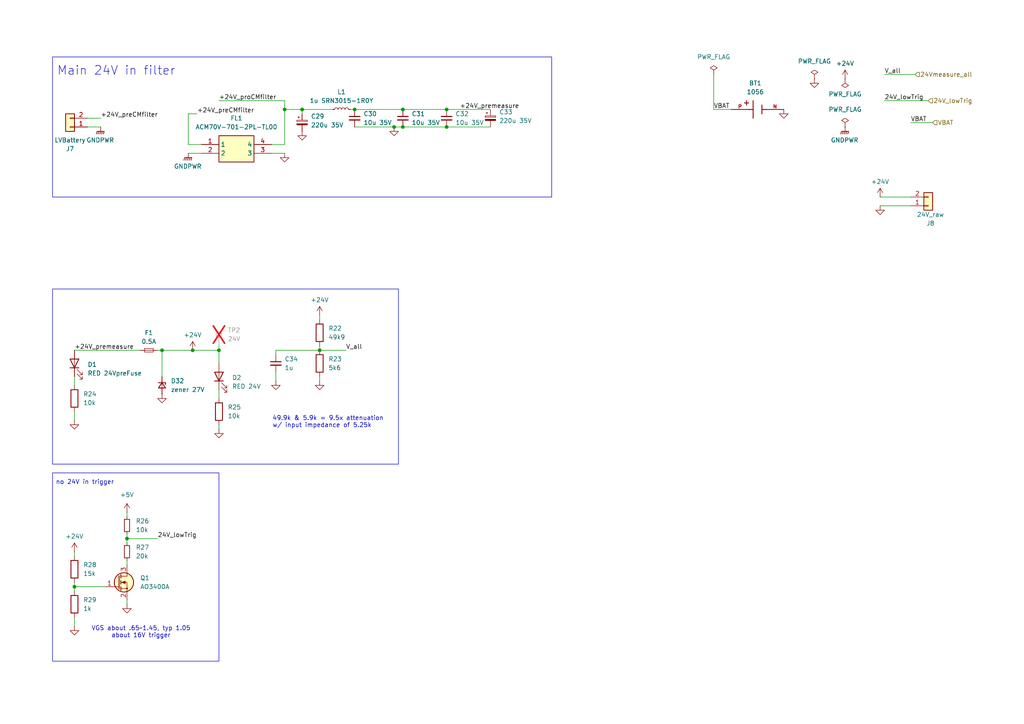
<source format=kicad_sch>
(kicad_sch (version 20231120) (generator "eeschema") (generator_version "8.0")
  (paper "A4")
  (title_block (title "EP6 VCU") (date "2024-09-30") (rev "1.0") (company "NTURacing") (comment 1 "郭哲明") (comment 2 "Electrical group"))
  (lib_symbols
    (symbol "Connector:TestPoint" (pin_numbers hide) (pin_names (offset 0.762) hide)
      (property "Reference" "TP" (at 0 6.858 0))
      (property "Value" "TestPoint" (at 0 5.08 0))
      (symbol "TestPoint_0_1"
        (circle (center 0 3.302) (radius 0.762))
      )
      (symbol "TestPoint_1_1"
        (pin passive line (at 0 0 90) (length 2.54) (name "1") (number "1"))
      )
    )
    (symbol "Connector_Generic:Conn_01x02" (pin_names (offset 1.016) hide)
      (property "Reference" "J" (at 0 2.54 0))
      (property "Value" "Conn_01x02" (at 0 -5.08 0))
      (symbol "Conn_01x02_1_1"
        (rectangle (start -1.27 -2.413) (end 0 -2.667) (stroke (width 0.1524)))
        (rectangle (start -1.27 0.127) (end 0 -0.127) (stroke (width 0.1524)))
        (rectangle (start -1.27 1.27) (end 1.27 -3.81) (stroke (width 0.254)) (fill (type background)))
        (pin passive line (at -5.08 0 0) (length 3.81) (name "Pin_1") (number "1"))
        (pin passive line (at -5.08 -2.54 0) (length 3.81) (name "Pin_2") (number "2"))
      )
    )
    (symbol "Device:C_Polarized_Small" (pin_numbers hide) (pin_names (offset 0.254) hide)
      (property "Reference" "C" (at 0.254 1.778 0))
      (property "Value" "C_Polarized_Small" (at 0.254 -2.032 0))
      (symbol "C_Polarized_Small_0_1"
        (rectangle (start -1.524 -0.3048) (end 1.524 -0.6858) (fill (type outline)))
        (rectangle (start -1.524 0.6858) (end 1.524 0.3048))
        (polyline (pts (xy -1.27 1.524) (xy -0.762 1.524)))
        (polyline (pts (xy -1.016 1.27) (xy -1.016 1.778)))
      )
      (symbol "C_Polarized_Small_1_1"
        (pin passive line (at 0 2.54 270) (length 1.8542) (name "~") (number "1"))
        (pin passive line (at 0 -2.54 90) (length 1.8542) (name "~") (number "2"))
      )
    )
    (symbol "Device:C_Small" (pin_numbers hide) (pin_names (offset 0.254) hide)
      (property "Reference" "C" (at 0.254 1.778 0))
      (property "Value" "C_Small" (at 0.254 -2.032 0))
      (symbol "C_Small_0_1"
        (polyline (pts (xy -1.524 -0.508) (xy 1.524 -0.508)) (stroke (width 0.3302)))
        (polyline (pts (xy -1.524 0.508) (xy 1.524 0.508)) (stroke (width 0.3048)))
      )
      (symbol "C_Small_1_1"
        (pin passive line (at 0 2.54 270) (length 2.032) (name "~") (number "1"))
        (pin passive line (at 0 -2.54 90) (length 2.032) (name "~") (number "2"))
      )
    )
    (symbol "Device:D_Zener_Small" (pin_numbers hide) (pin_names (offset 0.254) hide)
      (property "Reference" "D" (at 0 2.286 0))
      (property "Value" "D_Zener_Small" (at 0 -2.286 0))
      (symbol "D_Zener_Small_0_1"
        (polyline (pts (xy 0.762 0) (xy -0.762 0)))
        (polyline (pts (xy -0.254 1.016) (xy -0.762 1.016) (xy -0.762 -1.016)) (stroke (width 0.254)))
        (polyline (pts (xy 0.762 1.016) (xy -0.762 0) (xy 0.762 -1.016) (xy 0.762 1.016)) (stroke (width 0.254)))
      )
      (symbol "D_Zener_Small_1_1"
        (pin passive line (at -2.54 0 0) (length 1.778) (name "K") (number "1"))
        (pin passive line (at 2.54 0 180) (length 1.778) (name "A") (number "2"))
      )
    )
    (symbol "Device:Fuse_Small" (pin_numbers hide) (pin_names (offset 0.254) hide)
      (property "Reference" "F" (at 0 -1.524 0))
      (property "Value" "Fuse_Small" (at 0 1.524 0))
      (symbol "Fuse_Small_0_1"
        (rectangle (start -1.27 0.508) (end 1.27 -0.508))
        (polyline (pts (xy -1.27 0) (xy 1.27 0)))
      )
      (symbol "Fuse_Small_1_1"
        (pin passive line (at -2.54 0 0) (length 1.27) (name "~") (number "1"))
        (pin passive line (at 2.54 0 180) (length 1.27) (name "~") (number "2"))
      )
    )
    (symbol "Device:LED" (pin_numbers hide) (pin_names (offset 1.016) hide)
      (property "Reference" "D" (at 0 2.54 0))
      (property "Value" "LED" (at 0 -2.54 0))
      (symbol "LED_0_1"
        (polyline (pts (xy -1.27 -1.27) (xy -1.27 1.27)) (stroke (width 0.254)))
        (polyline (pts (xy -1.27 0) (xy 1.27 0)))
        (polyline (pts (xy 1.27 -1.27) (xy 1.27 1.27) (xy -1.27 0) (xy 1.27 -1.27)) (stroke (width 0.254)))
        (polyline (pts (xy -3.048 -0.762) (xy -4.572 -2.286) (xy -3.81 -2.286) (xy -4.572 -2.286) (xy -4.572 -1.524)))
        (polyline (pts (xy -1.778 -0.762) (xy -3.302 -2.286) (xy -2.54 -2.286) (xy -3.302 -2.286) (xy -3.302 -1.524)))
      )
      (symbol "LED_1_1"
        (pin passive line (at -3.81 0 0) (length 2.54) (name "K") (number "1"))
        (pin passive line (at 3.81 0 180) (length 2.54) (name "A") (number "2"))
      )
    )
    (symbol "Device:L_Small" (pin_numbers hide) (pin_names (offset 0.254) hide)
      (property "Reference" "L" (at 0.762 1.016 0))
      (property "Value" "L_Small" (at 0.762 -1.016 0))
      (symbol "L_Small_0_1"
        (arc (start 0 -2.032) (mid 0.5058 -1.524) (end 0 -1.016))
        (arc (start 0 -1.016) (mid 0.5058 -0.508) (end 0 0))
        (arc (start 0 0) (mid 0.5058 0.508) (end 0 1.016))
        (arc (start 0 1.016) (mid 0.5058 1.524) (end 0 2.032))
      )
      (symbol "L_Small_1_1"
        (pin passive line (at 0 2.54 270) (length 0.508) (name "~") (number "1"))
        (pin passive line (at 0 -2.54 90) (length 0.508) (name "~") (number "2"))
      )
    )
    (symbol "Device:R" (pin_numbers hide) (pin_names (offset 0))
      (property "Reference" "R" (at 2.032 0 90))
      (property "Value" "R" (at 0 0 90))
      (symbol "R_0_1"
        (rectangle (start -1.016 -2.54) (end 1.016 2.54) (stroke (width 0.254)))
      )
      (symbol "R_1_1"
        (pin passive line (at 0 3.81 270) (length 1.27) (name "~") (number "1"))
        (pin passive line (at 0 -3.81 90) (length 1.27) (name "~") (number "2"))
      )
    )
    (symbol "Device:R_Small" (pin_numbers hide) (pin_names (offset 0.254) hide)
      (property "Reference" "R" (at 0.762 0.508 0))
      (property "Value" "R_Small" (at 0.762 -1.016 0))
      (symbol "R_Small_0_1"
        (rectangle (start -0.762 1.778) (end 0.762 -1.778) (stroke (width 0.2032)))
      )
      (symbol "R_Small_1_1"
        (pin passive line (at 0 2.54 270) (length 0.762) (name "~") (number "1"))
        (pin passive line (at 0 -2.54 90) (length 0.762) (name "~") (number "2"))
      )
    )
    (symbol "PCM_Transistor_MOSFET_AKL:AO3400A" (pin_names hide)
      (property "Reference" "Q" (at 5.08 1.27 0))
      (property "Value" "AO3400A" (at 5.08 -1.27 0))
      (symbol "AO3400A_0_1"
        (polyline (pts (xy 0.254 -1.27) (xy -2.54 -1.27)))
        (polyline (pts (xy 0.254 1.905) (xy 0.254 -1.905)) (stroke (width 0.254)))
        (polyline (pts (xy 0.762 -1.778) (xy 2.54 -1.778)))
        (polyline (pts (xy 0.762 -1.27) (xy 0.762 -2.286)) (stroke (width 0.254)))
        (polyline (pts (xy 0.762 0.508) (xy 0.762 -0.508)) (stroke (width 0.254)))
        (polyline (pts (xy 0.762 2.286) (xy 0.762 1.27)) (stroke (width 0.254)))
        (polyline (pts (xy 2.54 1.778) (xy 0.762 1.778)))
        (polyline (pts (xy 2.54 2.54) (xy 2.54 1.778)))
        (polyline (pts (xy 2.54 -2.54) (xy 2.54 0) (xy 0.762 0)))
        (polyline (pts (xy 1.016 0) (xy 2.032 0.381) (xy 2.032 -0.381) (xy 1.016 0)) (fill (type outline)))
        (circle (center 1.651 0) (radius 2.794) (stroke (width 0.254)) (fill (type background)))
        (circle (center 2.54 -1.778) (radius 0.1778) (fill (type outline)))
      )
      (symbol "AO3400A_1_1"
        (pin input line (at -3.81 -1.27 0) (length 2.54) (name "G") (number "1"))
        (pin passive line (at 2.54 -5.08 90) (length 2.54) (name "S") (number "2"))
        (pin passive line (at 2.54 5.08 270) (length 2.54) (name "D") (number "3"))
      )
    )
    (symbol "SamacSys_Parts_EP6:ACM70V-701-2PL-TL00"
      (property "Reference" "FL" (at 16.51 7.62 0))
      (property "Value" "ACM70V-701-2PL-TL00" (at 16.51 5.08 0))
      (symbol "ACM70V-701-2PL-TL00_1_1"
        (rectangle (start 5.08 2.54) (end 15.24 -5.08) (stroke (width 0.254)) (fill (type background)))
        (pin passive line (at 0 0 0) (length 5.08) (name "1") (number "1"))
        (pin passive line (at 0 -2.54 0) (length 5.08) (name "2") (number "2"))
        (pin passive line (at 20.32 -2.54 180) (length 5.08) (name "3") (number "3"))
        (pin passive line (at 20.32 0 180) (length 5.08) (name "4") (number "4"))
      )
    )
    (symbol "nturt_kicad_lib:1056" (pin_names (offset 1.016))
      (property "Reference" "BT" (at -3.81 3.81 0))
      (property "Value" "1056" (at -3.81 -5.08 0))
      (symbol "1056_0_0"
        (polyline (pts (xy -3.81 1.905) (xy -2.54 1.905)) (stroke (width 0.254)))
        (polyline (pts (xy -3.175 2.54) (xy -3.175 1.27)) (stroke (width 0.254)))
        (polyline (pts (xy -1.27 0) (xy -2.54 0)) (stroke (width 0.254)))
        (polyline (pts (xy -1.27 0) (xy -1.27 -2.54)) (stroke (width 0.254)))
        (polyline (pts (xy -1.27 2.54) (xy -1.27 0)) (stroke (width 0.254)))
        (polyline (pts (xy 1.27 0) (xy 1.27 -1.27)) (stroke (width 0.254)))
        (polyline (pts (xy 1.27 0) (xy 2.54 0)) (stroke (width 0.254)))
        (polyline (pts (xy 1.27 1.27) (xy 1.27 0)) (stroke (width 0.254)))
        (pin passive line (at 7.62 0 180) (length 5.08) (name "~") (number "N"))
        (pin passive line (at -7.62 0 0) (length 5.08) (name "~") (number "P"))
      )
    )
    (symbol "power:+24V" (power) (pin_numbers hide) (pin_names (offset 0) hide)
      (property "Value" "+24V" (at 0 3.556 0))
      (symbol "+24V_0_1"
        (polyline (pts (xy -0.762 1.27) (xy 0 2.54)))
        (polyline (pts (xy 0 0) (xy 0 2.54)))
        (polyline (pts (xy 0 2.54) (xy 0.762 1.27)))
      )
      (symbol "+24V_1_1"
        (pin power_in line (at 0 0 90) (length 0) (name "~") (number "1"))
      )
    )
    (symbol "power:+5V" (power) (pin_numbers hide) (pin_names (offset 0) hide)
      (property "Value" "+5V" (at 0 3.556 0))
      (symbol "+5V_0_1"
        (polyline (pts (xy -0.762 1.27) (xy 0 2.54)))
        (polyline (pts (xy 0 0) (xy 0 2.54)))
        (polyline (pts (xy 0 2.54) (xy 0.762 1.27)))
      )
      (symbol "+5V_1_1"
        (pin power_in line (at 0 0 90) (length 0) (name "~") (number "1"))
      )
    )
    (symbol "power:GND" (power) (pin_numbers hide) (pin_names (offset 0) hide)
      (property "Value" "GND" (at 0 -3.81 0))
      (symbol "GND_0_1"
        (polyline (pts (xy 0 0) (xy 0 -1.27) (xy 1.27 -1.27) (xy 0 -2.54) (xy -1.27 -1.27) (xy 0 -1.27)))
      )
      (symbol "GND_1_1"
        (pin power_in line (at 0 0 270) (length 0) (name "~") (number "1"))
      )
    )
    (symbol "power:GNDPWR" (power) (pin_numbers hide) (pin_names (offset 0) hide)
      (property "Value" "GNDPWR" (at 0 -3.302 0))
      (symbol "GNDPWR_0_1"
        (polyline (pts (xy 0 -1.27) (xy 0 0)))
        (polyline (pts (xy -1.016 -1.27) (xy -1.27 -2.032) (xy -1.27 -2.032)) (stroke (width 0.2032)))
        (polyline (pts (xy -0.508 -1.27) (xy -0.762 -2.032) (xy -0.762 -2.032)) (stroke (width 0.2032)))
        (polyline (pts (xy 0 -1.27) (xy -0.254 -2.032) (xy -0.254 -2.032)) (stroke (width 0.2032)))
        (polyline (pts (xy 0.508 -1.27) (xy 0.254 -2.032) (xy 0.254 -2.032)) (stroke (width 0.2032)))
        (polyline (pts (xy 1.016 -1.27) (xy -1.016 -1.27) (xy -1.016 -1.27)) (stroke (width 0.2032)))
        (polyline (pts (xy 1.016 -1.27) (xy 0.762 -2.032) (xy 0.762 -2.032) (xy 0.762 -2.032)) (stroke (width 0.2032)))
      )
      (symbol "GNDPWR_1_1"
        (pin power_in line (at 0 0 270) (length 0) (name "~") (number "1"))
      )
    )
    (symbol "power:PWR_FLAG" (power) (pin_numbers hide) (pin_names (offset 0) hide)
      (property "Value" "PWR_FLAG" (at 0 3.81 0))
      (symbol "PWR_FLAG_0_0"
        (pin power_out line (at 0 0 90) (length 0) (name "~") (number "1"))
      )
      (symbol "PWR_FLAG_0_1"
        (polyline (pts (xy 0 0) (xy 0 1.27) (xy -1.016 1.905) (xy 0 2.54) (xy 1.016 1.905) (xy 0 1.27)))
      )
    )
  )
  (junction (at 129.54 31.75))
  (junction (at 116.84 31.75))
  (junction (at 129.54 36.83))
  (junction (at 36.83 156.21))
  (junction (at 82.55 31.75))
  (junction (at 63.5 101.6))
  (junction (at 21.59 170.18))
  (junction (at 116.84 36.83))
  (junction (at 102.87 31.75))
  (junction (at 46.99 101.6))
  (junction (at 55.88 101.6))
  (junction (at 114.3 36.83))
  (junction (at 87.63 31.75))
  (junction (at 92.71 101.6))
  (wire (pts (xy 54.61 33.02) (xy 57.15 33.02)))
  (wire (pts (xy 82.55 41.91) (xy 78.74 41.91)))
  (wire (pts (xy 82.55 29.21) (xy 82.55 31.75)))
  (wire (pts (xy 80.01 102.87) (xy 80.01 101.6)))
  (wire (pts (xy 46.99 101.6) (xy 55.88 101.6)))
  (wire (pts (xy 25.4 36.83) (xy 29.21 36.83)))
  (wire (pts (xy 207.01 21.59) (xy 207.01 31.75)))
  (wire (pts (xy 36.83 156.21) (xy 36.83 157.48)))
  (wire (pts (xy 114.3 36.83) (xy 116.84 36.83)))
  (wire (pts (xy 78.74 44.45) (xy 82.55 44.45)))
  (wire (pts (xy 82.55 31.75) (xy 87.63 31.75)))
  (wire (pts (xy 63.5 115.57) (xy 63.5 113.03)))
  (wire (pts (xy 36.83 148.59) (xy 36.83 149.86)))
  (wire (pts (xy 54.61 41.91) (xy 58.42 41.91)))
  (wire (pts (xy 87.63 33.02) (xy 87.63 31.75)))
  (wire (pts (xy 255.27 59.69) (xy 264.16 59.69)))
  (wire (pts (xy 80.01 101.6) (xy 92.71 101.6)))
  (wire (pts (xy 129.54 36.83) (xy 142.24 36.83)))
  (wire (pts (xy 63.5 29.21) (xy 82.55 29.21)))
  (wire (pts (xy 36.83 162.56) (xy 36.83 163.83)))
  (wire (pts (xy 21.59 121.92) (xy 21.59 119.38)))
  (wire (pts (xy 92.71 100.33) (xy 92.71 101.6)))
  (wire (pts (xy 46.99 109.22) (xy 46.99 101.6)))
  (wire (pts (xy 36.83 156.21) (xy 45.72 156.21)))
  (wire (pts (xy 102.87 31.75) (xy 101.6 31.75)))
  (wire (pts (xy 63.5 101.6) (xy 63.5 105.41)))
  (wire (pts (xy 116.84 31.75) (xy 129.54 31.75)))
  (wire (pts (xy 55.88 101.6) (xy 63.5 101.6)))
  (wire (pts (xy 255.27 57.15) (xy 264.16 57.15)))
  (wire (pts (xy 116.84 36.83) (xy 129.54 36.83)))
  (wire (pts (xy 36.83 154.94) (xy 36.83 156.21)))
  (wire (pts (xy 256.54 21.59) (xy 265.43 21.59)))
  (wire (pts (xy 92.71 109.22) (xy 92.71 110.49)))
  (wire (pts (xy 36.83 175.26) (xy 36.83 173.99)))
  (wire (pts (xy 87.63 31.75) (xy 96.52 31.75)))
  (wire (pts (xy 21.59 170.18) (xy 30.48 170.18)))
  (wire (pts (xy 80.01 107.95) (xy 80.01 110.49)))
  (wire (pts (xy 21.59 168.91) (xy 21.59 170.18)))
  (wire (pts (xy 21.59 101.6) (xy 40.64 101.6)))
  (wire (pts (xy 264.16 35.56) (xy 270.51 35.56)))
  (wire (pts (xy 63.5 100.33) (xy 63.5 101.6)))
  (wire (pts (xy 129.54 31.75) (xy 142.24 31.75)))
  (wire (pts (xy 269.24 29.21) (xy 256.54 29.21)))
  (wire (pts (xy 207.01 31.75) (xy 212.09 31.75)))
  (wire (pts (xy 92.71 101.6) (xy 100.33 101.6)))
  (wire (pts (xy 21.59 111.76) (xy 21.59 109.22)))
  (wire (pts (xy 82.55 31.75) (xy 82.55 41.91)))
  (wire (pts (xy 21.59 160.02) (xy 21.59 161.29)))
  (wire (pts (xy 58.42 44.45) (xy 54.61 44.45)))
  (wire (pts (xy 102.87 31.75) (xy 116.84 31.75)))
  (wire (pts (xy 63.5 124.46) (xy 63.5 123.19)))
  (wire (pts (xy 54.61 33.02) (xy 54.61 41.91)))
  (wire (pts (xy 102.87 36.83) (xy 114.3 36.83)))
  (wire (pts (xy 25.4 34.29) (xy 29.21 34.29)))
  (wire (pts (xy 92.71 92.71) (xy 92.71 91.44)))
  (wire (pts (xy 21.59 181.61) (xy 21.59 179.07)))
  (wire (pts (xy 21.59 171.45) (xy 21.59 170.18)))
  (wire (pts (xy 45.72 101.6) (xy 46.99 101.6)))
  (rectangle (start 15.24 16.51) (end 160.02 57.15))
  (rectangle (start 15.24 137.16) (end 63.5 191.77))
  (rectangle (start 15.24 83.82) (end 115.57 134.62))
  (text "no 24V in trigger" (at 24.638 139.954 0) (effects (font (size 1.27 1.27))))
  (text "49.9k & 5.9k = 9.5x attenuation \nw/ input impedance of 5.25k" (at 78.994 124.206 0) (effects (font (size 1.27 1.27)) (justify left bottom)))
  (text "Main 24V in filter\n" (at 16.51 22.098 0) (effects (font (size 2.54 2.54)) (justify left bottom)))
  (text "VGS about .65~1.45, typ 1.05\nabout 16V trigger" (at 40.894 183.388 0) (effects (font (size 1.27 1.27))))
  (label "VBAT" (at 264.16 35.56 0))
  (label "+24V_proCMfilter" (at 63.5 29.21 0))
  (label "+24V_preCMfilter" (at 29.21 34.29 0))
  (label "+24V_preCMfilter" (at 57.15 33.02 0))
  (label "+24V_premeasure" (at 133.35 31.75 0))
  (label "V_all" (at 256.54 21.59 0))
  (label "+24V_premeasure" (at 21.59 101.6 0))
  (label "V_all" (at 100.33 101.6 0))
  (label "24V_lowTrig" (at 45.72 156.21 0))
  (label "VBAT" (at 207.01 31.75 0))
  (label "24V_lowTrig" (at 256.54 29.21 0))
  (hierarchical_label "24Vmeasure_all" (shape input) (at 265.43 21.59 0))
  (hierarchical_label "24V_lowTrig" (shape input) (at 269.24 29.21 0))
  (hierarchical_label "VBAT" (shape input) (at 270.51 35.56 0))
  (symbol (lib_id "power:GNDPWR") (at 54.61 44.45 0) (unit 1)
    (property "Reference" "#PWR052" (effects (hide yes)))
    (property "Value" "GNDPWR" (at 54.483 48.26 0))
    (property "Description" "Power symbol creates a global label with name \"GNDPWR\" , global ground" (effects (hide yes)))
  )
  (symbol (lib_id "Device:D_Zener_Small") (at 46.99 111.76 270) (unit 1)
    (property "Reference" "D32" (at 49.53 110.4899 90) (effects (justify left)))
    (property "Value" "zener 27V" (at 49.53 113.0299 90) (effects (justify left)))
    (property "Footprint" "Diode_SMD:D_SMB" (effects (hide yes)))
    (property "Description" "Zener diode, small symbol" (effects (hide yes)))
  )
  (symbol (lib_id "power:GND") (at 63.5 124.46 0) (unit 1)
    (property "Reference" "#PWR061" (effects (hide yes)))
    (property "Value" "GND" (effects (hide yes)))
    (property "Description" "Power symbol creates a global label with name \"GND\" , ground" (effects (hide yes)))
  )
  (symbol (lib_id "power:GND") (at 227.33 31.75 0) (unit 1)
    (property "Reference" "#PWR047" (effects (hide yes)))
    (property "Value" "GND" (effects (hide yes)))
    (property "Description" "Power symbol creates a global label with name \"GND\" , ground" (effects (hide yes)))
  )
  (symbol (lib_id "Device:R") (at 63.5 119.38 0) (unit 1)
    (property "Reference" "R25" (at 66.04 118.11 0) (effects (justify left)))
    (property "Value" "10k" (at 66.04 120.65 0) (effects (justify left)))
    (property "Footprint" "Resistor_SMD:R_0402_1005Metric" (effects (hide yes)))
    (property "Description" "Resistor" (effects (hide yes)))
  )
  (symbol (lib_id "Connector_Generic:Conn_01x02") (at 20.32 36.83 180) (unit 1)
    (property "Reference" "J7" (at 20.32 43.18 0))
    (property "Value" "LVBattery" (at 20.32 40.64 0))
    (property "Footprint" "Connector_JST:JST_XH_B2B-XH-A_1x02_P2.50mm_Vertical" (effects (hide yes)))
    (property "Description" "Generic connector, single row, 01x02, script generated (kicad-library-utils/schlib/autogen/connector/)" (effects (hide yes)))
  )
  (symbol (lib_id "Connector:TestPoint") (at 63.5 100.33 0) (unit 1) (on_board no) (dnp yes)
    (property "Reference" "TP2" (at 66.04 95.758 0) (effects (justify left)))
    (property "Value" "24V" (at 66.04 98.298 0) (effects (justify left)))
    (property "Footprint" "TestPoint:TestPoint_Pad_D1.0mm" (effects (hide yes)))
    (property "Description" "test point" (effects (hide yes)))
  )
  (symbol (lib_id "Device:LED") (at 63.5 109.22 90) (unit 1)
    (property "Reference" "D2" (at 67.31 109.5375 90) (effects (justify right)))
    (property "Value" "RED 24V" (at 67.31 112.0775 90) (effects (justify right)))
    (property "Footprint" "LED_SMD:LED_0603_1608Metric" (effects (hide yes)))
    (property "Description" "Light emitting diode" (effects (hide yes)))
  )
  (symbol (lib_id "nturt_kicad_lib:1056") (at 219.71 31.75 0) (unit 1)
    (property "Reference" "BT1" (at 219.075 24.13 0))
    (property "Value" "1056" (at 219.075 26.67 0))
    (property "Footprint" "nturt_kicad_lib_EP6:BAT_1056" (effects (hide yes)))
    (property "PARTREV" "D" (effects (hide yes)))
    (property "STANDARD" "Manufacturer Recommendations" (effects (hide yes)))
    (property "SNAPEDA_PN" "1056" (effects (hide yes)))
    (property "MAXIMUM_PACKAGE_HEIGHT" "3.99mm" (effects (hide yes)))
    (property "MANUFACTURER" "Keystone" (effects (hide yes)))
  )
  (symbol (lib_id "power:+24V") (at 255.27 57.15 0) (unit 1)
    (property "Reference" "#PWR054" (effects (hide yes)))
    (property "Value" "+24V" (at 255.27 52.705 0))
    (property "Description" "Power symbol creates a global label with name \"+24V\"" (effects (hide yes)))
  )
  (symbol (lib_id "power:PWR_FLAG") (at 207.01 21.59 0) (unit 1)
    (property "Reference" "#FLG03" (effects (hide yes)))
    (property "Value" "PWR_FLAG" (at 207.01 16.51 0))
    (property "Description" "Special symbol for telling ERC where power comes from" (effects (hide yes)))
  )
  (symbol (lib_id "Device:LED") (at 21.59 105.41 90) (unit 1)
    (property "Reference" "D1" (at 25.4 105.7275 90) (effects (justify right)))
    (property "Value" "RED 24VpreFuse" (at 25.4 108.2675 90) (effects (justify right)))
    (property "Footprint" "LED_SMD:LED_0603_1608Metric" (effects (hide yes)))
    (property "Description" "Light emitting diode" (effects (hide yes)))
  )
  (symbol (lib_id "Device:C_Small") (at 80.01 105.41 0) (unit 1)
    (property "Reference" "C34" (at 82.55 104.14 0) (effects (justify left)))
    (property "Value" "1u" (at 82.55 106.68 0) (effects (justify left)))
    (property "Footprint" "Capacitor_SMD:C_0402_1005Metric" (effects (hide yes)))
    (property "Description" "Unpolarized capacitor, small symbol" (effects (hide yes)))
  )
  (symbol (lib_id "power:GND") (at 255.27 59.69 0) (unit 1)
    (property "Reference" "#PWR055" (effects (hide yes)))
    (property "Value" "GND" (effects (hide yes)))
    (property "Description" "Power symbol creates a global label with name \"GND\" , ground" (effects (hide yes)))
  )
  (symbol (lib_id "Device:C_Small") (at 102.87 34.29 0) (unit 1)
    (property "Reference" "C30" (at 105.41 33.0262 0) (effects (justify left)))
    (property "Value" "10u 35V" (at 105.41 35.5662 0) (effects (justify left)))
    (property "Footprint" "Capacitor_SMD:C_1206_3216Metric" (effects (hide yes)))
    (property "Description" "Unpolarized capacitor, small symbol" (effects (hide yes)))
  )
  (symbol (lib_id "power:GND") (at 36.83 175.26 0) (unit 1)
    (property "Reference" "#PWR064" (effects (hide yes)))
    (property "Value" "GND" (effects (hide yes)))
    (property "Description" "Power symbol creates a global label with name \"GND\" , ground" (effects (hide yes)))
  )
  (symbol (lib_id "power:+24V") (at 55.88 101.6 0) (unit 1)
    (property "Reference" "#PWR057" (effects (hide yes)))
    (property "Value" "+24V" (at 55.88 97.155 0))
    (property "Description" "Power symbol creates a global label with name \"+24V\"" (effects (hide yes)))
  )
  (symbol (lib_id "power:+5V") (at 36.83 148.59 0) (unit 1)
    (property "Reference" "#PWR062" (effects (hide yes)))
    (property "Value" "+5V" (at 36.83 143.51 0))
    (property "Description" "Power symbol creates a global label with name \"+5V\"" (effects (hide yes)))
  )
  (symbol (lib_id "power:+24V") (at 245.11 22.86 0) (unit 1)
    (property "Reference" "#PWR046" (effects (hide yes)))
    (property "Value" "+24V" (at 245.11 18.415 0))
    (property "Description" "Power symbol creates a global label with name \"+24V\"" (effects (hide yes)))
  )
  (symbol (lib_id "SamacSys_Parts_EP6:ACM70V-701-2PL-TL00") (at 58.42 41.91 0) (unit 1)
    (property "Reference" "FL1" (at 68.58 34.29 0))
    (property "Value" "ACM70V-701-2PL-TL00" (at 68.58 36.83 0))
    (property "Footprint" "SamacSys_Parts_EP6:ACM70V7012PLTL00" (effects (hide yes)))
    (property "Datasheet" "https://product.tdk.com/system/files/dam/doc/product/emc/emc/cmf_cmc/datasheets/cmf_automotive_power_acm70v_en.pdf" (effects (hide yes)))
    (property "Description" "Common Mode Choke 700R 4A R015 SMD TDK ACM-V Series Shielded SMD Common Mode Line Filter with a Ferrite Core, Wire-Wound 4A Idc" (effects (hide yes)))
    (property "Height" "3" (effects (hide yes)))
    (property "Mouser Part Number" "810-ACM70V7012PLTL00" (effects (hide yes)))
    (property "Mouser Price/Stock" "https://www.mouser.co.uk/ProductDetail/TDK/ACM70V-701-2PL-TL00?qs=YvrHl8DOVkzRE2uVQ82ErQ%3D%3D" (effects (hide yes)))
    (property "Manufacturer_Name" "TDK" (effects (hide yes)))
    (property "Manufacturer_Part_Number" "ACM70V-701-2PL-TL00" (effects (hide yes)))
  )
  (symbol (lib_id "PCM_Transistor_MOSFET_AKL:AO3400A") (at 34.29 168.91 0) (unit 1)
    (property "Reference" "Q1" (at 40.64 167.6399 0) (effects (justify left)))
    (property "Value" "AO3400A" (at 40.64 170.1799 0) (effects (justify left)))
    (property "Footprint" "Package_TO_SOT_SMD:SOT-23" (effects (hide yes)))
    (property "Datasheet" "https://www.tme.eu/Document/d4ede4a51fd4cb2a092d6e1960f91635/AO3400A.pdf" (effects (hide yes)))
    (property "Description" "SOT-23 N-MOSFET enchancement mode transistor, 30V, 5.7A, 1.4W, Alternate KiCAD Library" (effects (hide yes)))
  )
  (symbol (lib_id "power:PWR_FLAG") (at 236.22 22.86 0) (unit 1)
    (property "Reference" "#FLG04" (effects (hide yes)))
    (property "Value" "PWR_FLAG" (at 236.22 17.78 0))
    (property "Description" "Special symbol for telling ERC where power comes from" (effects (hide yes)))
  )
  (symbol (lib_id "Device:R") (at 21.59 165.1 0) (unit 1)
    (property "Reference" "R28" (at 24.13 163.8299 0) (effects (justify left)))
    (property "Value" "15k" (at 24.13 166.3699 0) (effects (justify left)))
    (property "Footprint" "Resistor_SMD:R_0402_1005Metric" (effects (hide yes)))
    (property "Description" "Resistor" (effects (hide yes)))
  )
  (symbol (lib_id "power:GND") (at 236.22 22.86 0) (unit 1)
    (property "Reference" "#PWR045" (effects (hide yes)))
    (property "Value" "GND" (effects (hide yes)))
    (property "Description" "Power symbol creates a global label with name \"GND\" , ground" (effects (hide yes)))
  )
  (symbol (lib_id "Device:Fuse_Small") (at 43.18 101.6 0) (unit 1)
    (property "Reference" "F1" (at 43.18 96.52 0))
    (property "Value" "0.5A" (at 43.18 99.06 0))
    (property "Footprint" "Fuse:Fuse_2512_6332Metric_Pad1.52x3.35mm_HandSolder" (effects (hide yes)))
    (property "Description" "Fuse, small symbol" (effects (hide yes)))
  )
  (symbol (lib_id "power:GND") (at 46.99 114.3 0) (unit 1)
    (property "Reference" "#PWR0139" (effects (hide yes)))
    (property "Value" "GND" (effects (hide yes)))
    (property "Description" "Power symbol creates a global label with name \"GND\" , ground" (effects (hide yes)))
  )
  (symbol (lib_id "Device:C_Polarized_Small") (at 87.63 35.56 0) (unit 1)
    (property "Reference" "C29" (at 90.17 33.7438 0) (effects (justify left)))
    (property "Value" "220u 35V" (at 90.17 36.2838 0) (effects (justify left)))
    (property "Footprint" "Capacitor_THT:CP_Radial_D8.0mm_P3.80mm" (effects (hide yes)))
    (property "Description" "Polarized capacitor, small symbol" (effects (hide yes)))
  )
  (symbol (lib_id "power:GND") (at 21.59 121.92 0) (unit 1)
    (property "Reference" "#PWR060" (effects (hide yes)))
    (property "Value" "GND" (effects (hide yes)))
    (property "Description" "Power symbol creates a global label with name \"GND\" , ground" (effects (hide yes)))
  )
  (symbol (lib_id "power:PWR_FLAG") (at 245.11 36.83 0) (unit 1)
    (property "Reference" "#FLG06" (effects (hide yes)))
    (property "Value" "PWR_FLAG" (at 245.11 31.75 0))
    (property "Description" "Special symbol for telling ERC where power comes from" (effects (hide yes)))
  )
  (symbol (lib_id "power:GNDPWR") (at 245.11 36.83 0) (unit 1)
    (property "Reference" "#PWR051" (effects (hide yes)))
    (property "Value" "GNDPWR" (at 244.983 40.64 0))
    (property "Description" "Power symbol creates a global label with name \"GNDPWR\" , global ground" (effects (hide yes)))
  )
  (symbol (lib_id "power:GND") (at 114.3 36.83 0) (unit 1)
    (property "Reference" "#PWR049" (effects (hide yes)))
    (property "Value" "GND" (effects (hide yes)))
    (property "Description" "Power symbol creates a global label with name \"GND\" , ground" (effects (hide yes)))
  )
  (symbol (lib_id "Device:L_Small") (at 99.06 31.75 90) (unit 1)
    (property "Reference" "L1" (at 99.06 26.67 90))
    (property "Value" "1u SRN3015-1R0Y" (at 99.06 29.21 90))
    (property "Footprint" "SamacSys_Parts_EP6:INDPM3027X150N" (effects (hide yes)))
    (property "Description" "Inductor, small symbol" (effects (hide yes)))
  )
  (symbol (lib_id "power:+24V") (at 92.71 91.44 0) (unit 1)
    (property "Reference" "#PWR056" (effects (hide yes)))
    (property "Value" "+24V" (at 92.71 86.995 0))
    (property "Description" "Power symbol creates a global label with name \"+24V\"" (effects (hide yes)))
  )
  (symbol (lib_id "power:GND") (at 92.71 110.49 0) (unit 1)
    (property "Reference" "#PWR059" (effects (hide yes)))
    (property "Value" "GND" (effects (hide yes)))
    (property "Description" "Power symbol creates a global label with name \"GND\" , ground" (effects (hide yes)))
  )
  (symbol (lib_id "Device:C_Polarized_Small") (at 142.24 34.29 0) (unit 1)
    (property "Reference" "C33" (at 144.78 32.4738 0) (effects (justify left)))
    (property "Value" "220u 35V" (at 144.78 35.0138 0) (effects (justify left)))
    (property "Footprint" "Capacitor_THT:CP_Radial_D8.0mm_P3.80mm" (effects (hide yes)))
    (property "Description" "Polarized capacitor, small symbol" (effects (hide yes)))
  )
  (symbol (lib_id "power:GNDPWR") (at 29.21 36.83 0) (unit 1)
    (property "Reference" "#PWR050" (effects (hide yes)))
    (property "Value" "GNDPWR" (at 29.083 40.64 0))
    (property "Description" "Power symbol creates a global label with name \"GNDPWR\" , global ground" (effects (hide yes)))
  )
  (symbol (lib_id "power:GND") (at 82.55 44.45 0) (unit 1)
    (property "Reference" "#PWR053" (effects (hide yes)))
    (property "Value" "GND" (effects (hide yes)))
    (property "Description" "Power symbol creates a global label with name \"GND\" , ground" (effects (hide yes)))
  )
  (symbol (lib_id "Device:R_Small") (at 36.83 152.4 0) (unit 1)
    (property "Reference" "R26" (at 39.37 151.1299 0) (effects (justify left)))
    (property "Value" "10k" (at 39.37 153.6699 0) (effects (justify left)))
    (property "Footprint" "Resistor_SMD:R_0402_1005Metric" (effects (hide yes)))
    (property "Description" "Resistor, small symbol" (effects (hide yes)))
  )
  (symbol (lib_id "Device:R") (at 21.59 175.26 0) (unit 1)
    (property "Reference" "R29" (at 24.13 173.9899 0) (effects (justify left)))
    (property "Value" "1k" (at 24.13 176.5299 0) (effects (justify left)))
    (property "Footprint" "Resistor_SMD:R_0402_1005Metric" (effects (hide yes)))
    (property "Description" "Resistor" (effects (hide yes)))
  )
  (symbol (lib_id "power:GND") (at 21.59 181.61 0) (unit 1)
    (property "Reference" "#PWR065" (effects (hide yes)))
    (property "Value" "GND" (effects (hide yes)))
    (property "Description" "Power symbol creates a global label with name \"GND\" , ground" (effects (hide yes)))
  )
  (symbol (lib_id "power:GND") (at 87.63 38.1 0) (unit 1)
    (property "Reference" "#PWR048" (effects (hide yes)))
    (property "Value" "GND" (effects (hide yes)))
    (property "Description" "Power symbol creates a global label with name \"GND\" , ground" (effects (hide yes)))
  )
  (symbol (lib_id "Device:R_Small") (at 36.83 160.02 0) (unit 1)
    (property "Reference" "R27" (at 39.37 158.7499 0) (effects (justify left)))
    (property "Value" "20k" (at 39.37 161.2899 0) (effects (justify left)))
    (property "Footprint" "Resistor_SMD:R_0402_1005Metric" (effects (hide yes)))
    (property "Description" "Resistor, small symbol" (effects (hide yes)))
  )
  (symbol (lib_id "Connector_Generic:Conn_01x02") (at 269.24 59.69 0) (mirror x) (unit 1)
    (property "Reference" "J8" (at 269.875 64.77 0))
    (property "Value" "24V_raw" (at 269.875 62.23 0))
    (property "Footprint" "Connector_JST:JST_XH_B2B-XH-A_1x02_P2.50mm_Vertical" (effects (hide yes)))
    (property "Description" "Generic connector, single row, 01x02, script generated (kicad-library-utils/schlib/autogen/connector/)" (effects (hide yes)))
  )
  (symbol (lib_id "Device:C_Small") (at 116.84 34.29 0) (unit 1)
    (property "Reference" "C31" (at 119.38 33.0262 0) (effects (justify left)))
    (property "Value" "10u 35V" (at 119.38 35.5662 0) (effects (justify left)))
    (property "Footprint" "Capacitor_SMD:C_1206_3216Metric" (effects (hide yes)))
    (property "Description" "Unpolarized capacitor, small symbol" (effects (hide yes)))
  )
  (symbol (lib_id "power:GND") (at 80.01 110.49 0) (unit 1)
    (property "Reference" "#PWR058" (effects (hide yes)))
    (property "Value" "GND" (effects (hide yes)))
    (property "Description" "Power symbol creates a global label with name \"GND\" , ground" (effects (hide yes)))
  )
  (symbol (lib_id "Device:C_Small") (at 129.54 34.29 0) (unit 1)
    (property "Reference" "C32" (at 132.08 33.0262 0) (effects (justify left)))
    (property "Value" "10u 35V" (at 132.08 35.5662 0) (effects (justify left)))
    (property "Footprint" "Capacitor_SMD:C_1206_3216Metric" (effects (hide yes)))
    (property "Description" "Unpolarized capacitor, small symbol" (effects (hide yes)))
  )
  (symbol (lib_id "power:PWR_FLAG") (at 245.11 22.86 0) (mirror x) (unit 1)
    (property "Reference" "#FLG05" (effects (hide yes)))
    (property "Value" "PWR_FLAG" (at 245.11 27.305 0))
    (property "Description" "Special symbol for telling ERC where power comes from" (effects (hide yes)))
  )
  (symbol (lib_id "Device:R") (at 21.59 115.57 0) (unit 1)
    (property "Reference" "R24" (at 24.13 114.3 0) (effects (justify left)))
    (property "Value" "10k" (at 24.13 116.84 0) (effects (justify left)))
    (property "Footprint" "Resistor_SMD:R_0402_1005Metric" (effects (hide yes)))
    (property "Description" "Resistor" (effects (hide yes)))
  )
  (symbol (lib_id "Device:R") (at 92.71 96.52 0) (unit 1)
    (property "Reference" "R22" (at 95.25 95.25 0) (effects (justify left)))
    (property "Value" "49k9" (at 95.25 97.79 0) (effects (justify left)))
    (property "Footprint" "Resistor_SMD:R_0402_1005Metric" (effects (hide yes)))
    (property "Description" "Resistor" (effects (hide yes)))
  )
  (symbol (lib_id "Device:R") (at 92.71 105.41 0) (unit 1)
    (property "Reference" "R23" (at 95.25 104.14 0) (effects (justify left)))
    (property "Value" "5k6" (at 95.25 106.68 0) (effects (justify left)))
    (property "Footprint" "Resistor_SMD:R_0402_1005Metric" (effects (hide yes)))
    (property "Description" "Resistor" (effects (hide yes)))
  )
  (symbol (lib_id "power:+24V") (at 21.59 160.02 0) (unit 1)
    (property "Reference" "#PWR063" (effects (hide yes)))
    (property "Value" "+24V" (at 21.59 155.575 0))
    (property "Description" "Power symbol creates a global label with name \"+24V\"" (effects (hide yes)))
  )
)
</source>
